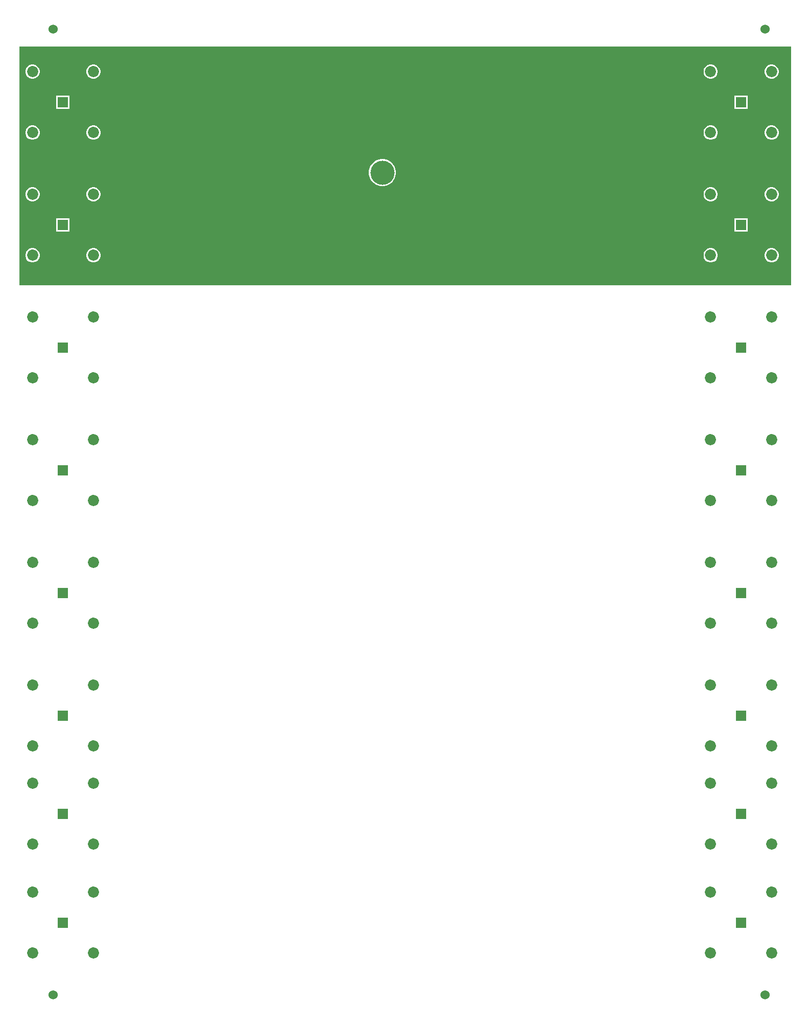
<source format=gbr>
%TF.GenerationSoftware,Altium Limited,Altium Designer,24.2.2 (26)*%
G04 Layer_Physical_Order=2*
G04 Layer_Color=16711680*
%FSLAX25Y25*%
%MOIN*%
%TF.SameCoordinates,61B93A5C-ACDD-4E93-83ED-5FE4BE46D4D4*%
%TF.FilePolarity,Positive*%
%TF.FileFunction,Copper,L2,Bot,Signal*%
%TF.Part,Single*%
G01*
G75*
%TA.AperFunction,ComponentPad*%
%ADD16R,0.06693X0.06693*%
%ADD17C,0.07284*%
%TA.AperFunction,WasherPad*%
%ADD18C,0.06000*%
%TA.AperFunction,SMDPad,CuDef*%
%ADD19C,0.15748*%
G36*
X603600Y506000D02*
X100000D01*
Y661800D01*
X603600D01*
Y506000D01*
D02*
G37*
%LPC*%
G36*
X591593Y650024D02*
X590371D01*
X589190Y649707D01*
X588132Y649096D01*
X587268Y648232D01*
X586657Y647174D01*
X586340Y645993D01*
Y644771D01*
X586657Y643590D01*
X587268Y642532D01*
X588132Y641668D01*
X589190Y641056D01*
X590371Y640740D01*
X591593D01*
X592773Y641056D01*
X593832Y641668D01*
X594696Y642532D01*
X595307Y643590D01*
X595624Y644771D01*
Y645993D01*
X595307Y647174D01*
X594696Y648232D01*
X593832Y649096D01*
X592773Y649707D01*
X591593Y650024D01*
D02*
G37*
G36*
X551829D02*
X550607D01*
X549427Y649707D01*
X548368Y649096D01*
X547504Y648232D01*
X546893Y647174D01*
X546576Y645993D01*
Y644771D01*
X546893Y643590D01*
X547504Y642532D01*
X548368Y641668D01*
X549427Y641056D01*
X550607Y640740D01*
X551829D01*
X553010Y641056D01*
X554068Y641668D01*
X554932Y642532D01*
X555544Y643590D01*
X555860Y644771D01*
Y645993D01*
X555544Y647174D01*
X554932Y648232D01*
X554068Y649096D01*
X553010Y649707D01*
X551829Y650024D01*
D02*
G37*
G36*
X148993D02*
X147771D01*
X146590Y649707D01*
X145532Y649096D01*
X144668Y648232D01*
X144056Y647174D01*
X143740Y645993D01*
Y644771D01*
X144056Y643590D01*
X144668Y642532D01*
X145532Y641668D01*
X146590Y641056D01*
X147771Y640740D01*
X148993D01*
X150173Y641056D01*
X151232Y641668D01*
X152096Y642532D01*
X152707Y643590D01*
X153024Y644771D01*
Y645993D01*
X152707Y647174D01*
X152096Y648232D01*
X151232Y649096D01*
X150173Y649707D01*
X148993Y650024D01*
D02*
G37*
G36*
X109229D02*
X108007D01*
X106826Y649707D01*
X105768Y649096D01*
X104904Y648232D01*
X104293Y647174D01*
X103976Y645993D01*
Y644771D01*
X104293Y643590D01*
X104904Y642532D01*
X105768Y641668D01*
X106826Y641056D01*
X108007Y640740D01*
X109229D01*
X110410Y641056D01*
X111468Y641668D01*
X112332Y642532D01*
X112943Y643590D01*
X113260Y644771D01*
Y645993D01*
X112943Y647174D01*
X112332Y648232D01*
X111468Y649096D01*
X110410Y649707D01*
X109229Y650024D01*
D02*
G37*
G36*
X575447Y629846D02*
X566753D01*
Y621153D01*
X575447D01*
Y629846D01*
D02*
G37*
G36*
X132846D02*
X124153D01*
Y621153D01*
X132846D01*
Y629846D01*
D02*
G37*
G36*
X591593Y610260D02*
X590371D01*
X589190Y609943D01*
X588132Y609332D01*
X587268Y608468D01*
X586657Y607410D01*
X586340Y606229D01*
Y605007D01*
X586657Y603827D01*
X587268Y602768D01*
X588132Y601904D01*
X589190Y601293D01*
X590371Y600976D01*
X591593D01*
X592773Y601293D01*
X593832Y601904D01*
X594696Y602768D01*
X595307Y603827D01*
X595624Y605007D01*
Y606229D01*
X595307Y607410D01*
X594696Y608468D01*
X593832Y609332D01*
X592773Y609943D01*
X591593Y610260D01*
D02*
G37*
G36*
X551829D02*
X550607D01*
X549427Y609943D01*
X548368Y609332D01*
X547504Y608468D01*
X546893Y607410D01*
X546576Y606229D01*
Y605007D01*
X546893Y603827D01*
X547504Y602768D01*
X548368Y601904D01*
X549427Y601293D01*
X550607Y600976D01*
X551829D01*
X553010Y601293D01*
X554068Y601904D01*
X554932Y602768D01*
X555544Y603827D01*
X555860Y605007D01*
Y606229D01*
X555544Y607410D01*
X554932Y608468D01*
X554068Y609332D01*
X553010Y609943D01*
X551829Y610260D01*
D02*
G37*
G36*
X148993D02*
X147771D01*
X146590Y609943D01*
X145532Y609332D01*
X144668Y608468D01*
X144056Y607410D01*
X143740Y606229D01*
Y605007D01*
X144056Y603827D01*
X144668Y602768D01*
X145532Y601904D01*
X146590Y601293D01*
X147771Y600976D01*
X148993D01*
X150173Y601293D01*
X151232Y601904D01*
X152096Y602768D01*
X152707Y603827D01*
X153024Y605007D01*
Y606229D01*
X152707Y607410D01*
X152096Y608468D01*
X151232Y609332D01*
X150173Y609943D01*
X148993Y610260D01*
D02*
G37*
G36*
X109229D02*
X108007D01*
X106826Y609943D01*
X105768Y609332D01*
X104904Y608468D01*
X104293Y607410D01*
X103976Y606229D01*
Y605007D01*
X104293Y603827D01*
X104904Y602768D01*
X105768Y601904D01*
X106826Y601293D01*
X108007Y600976D01*
X109229D01*
X110410Y601293D01*
X111468Y601904D01*
X112332Y602768D01*
X112943Y603827D01*
X113260Y605007D01*
Y606229D01*
X112943Y607410D01*
X112332Y608468D01*
X111468Y609332D01*
X110410Y609943D01*
X109229Y610260D01*
D02*
G37*
G36*
X337874Y588374D02*
X336126D01*
X334412Y588033D01*
X332797Y587364D01*
X331343Y586393D01*
X330107Y585157D01*
X329136Y583703D01*
X328467Y582089D01*
X328126Y580374D01*
Y578626D01*
X328467Y576911D01*
X329136Y575297D01*
X330107Y573843D01*
X331343Y572607D01*
X332797Y571636D01*
X334412Y570967D01*
X336126Y570626D01*
X337874D01*
X339588Y570967D01*
X341203Y571636D01*
X342657Y572607D01*
X343893Y573843D01*
X344864Y575297D01*
X345533Y576911D01*
X345874Y578626D01*
Y580374D01*
X345533Y582089D01*
X344864Y583703D01*
X343893Y585157D01*
X342657Y586393D01*
X341203Y587364D01*
X339588Y588033D01*
X337874Y588374D01*
D02*
G37*
G36*
X591593Y570024D02*
X590371D01*
X589190Y569707D01*
X588132Y569096D01*
X587268Y568232D01*
X586657Y567173D01*
X586340Y565993D01*
Y564771D01*
X586657Y563590D01*
X587268Y562532D01*
X588132Y561668D01*
X589190Y561057D01*
X590371Y560740D01*
X591593D01*
X592773Y561057D01*
X593832Y561668D01*
X594696Y562532D01*
X595307Y563590D01*
X595624Y564771D01*
Y565993D01*
X595307Y567173D01*
X594696Y568232D01*
X593832Y569096D01*
X592773Y569707D01*
X591593Y570024D01*
D02*
G37*
G36*
X551829D02*
X550607D01*
X549427Y569707D01*
X548368Y569096D01*
X547504Y568232D01*
X546893Y567173D01*
X546576Y565993D01*
Y564771D01*
X546893Y563590D01*
X547504Y562532D01*
X548368Y561668D01*
X549427Y561057D01*
X550607Y560740D01*
X551829D01*
X553010Y561057D01*
X554068Y561668D01*
X554932Y562532D01*
X555544Y563590D01*
X555860Y564771D01*
Y565993D01*
X555544Y567173D01*
X554932Y568232D01*
X554068Y569096D01*
X553010Y569707D01*
X551829Y570024D01*
D02*
G37*
G36*
X148993D02*
X147771D01*
X146590Y569707D01*
X145532Y569096D01*
X144668Y568232D01*
X144056Y567173D01*
X143740Y565993D01*
Y564771D01*
X144056Y563590D01*
X144668Y562532D01*
X145532Y561668D01*
X146590Y561057D01*
X147771Y560740D01*
X148993D01*
X150173Y561057D01*
X151232Y561668D01*
X152096Y562532D01*
X152707Y563590D01*
X153024Y564771D01*
Y565993D01*
X152707Y567173D01*
X152096Y568232D01*
X151232Y569096D01*
X150173Y569707D01*
X148993Y570024D01*
D02*
G37*
G36*
X109229D02*
X108007D01*
X106826Y569707D01*
X105768Y569096D01*
X104904Y568232D01*
X104293Y567173D01*
X103976Y565993D01*
Y564771D01*
X104293Y563590D01*
X104904Y562532D01*
X105768Y561668D01*
X106826Y561057D01*
X108007Y560740D01*
X109229D01*
X110410Y561057D01*
X111468Y561668D01*
X112332Y562532D01*
X112943Y563590D01*
X113260Y564771D01*
Y565993D01*
X112943Y567173D01*
X112332Y568232D01*
X111468Y569096D01*
X110410Y569707D01*
X109229Y570024D01*
D02*
G37*
G36*
X575447Y549847D02*
X566753D01*
Y541153D01*
X575447D01*
Y549847D01*
D02*
G37*
G36*
X132846D02*
X124153D01*
Y541153D01*
X132846D01*
Y549847D01*
D02*
G37*
G36*
X591593Y530260D02*
X590371D01*
X589190Y529944D01*
X588132Y529332D01*
X587268Y528468D01*
X586657Y527410D01*
X586340Y526229D01*
Y525007D01*
X586657Y523827D01*
X587268Y522768D01*
X588132Y521904D01*
X589190Y521293D01*
X590371Y520976D01*
X591593D01*
X592773Y521293D01*
X593832Y521904D01*
X594696Y522768D01*
X595307Y523827D01*
X595624Y525007D01*
Y526229D01*
X595307Y527410D01*
X594696Y528468D01*
X593832Y529332D01*
X592773Y529944D01*
X591593Y530260D01*
D02*
G37*
G36*
X551829D02*
X550607D01*
X549427Y529944D01*
X548368Y529332D01*
X547504Y528468D01*
X546893Y527410D01*
X546576Y526229D01*
Y525007D01*
X546893Y523827D01*
X547504Y522768D01*
X548368Y521904D01*
X549427Y521293D01*
X550607Y520976D01*
X551829D01*
X553010Y521293D01*
X554068Y521904D01*
X554932Y522768D01*
X555544Y523827D01*
X555860Y525007D01*
Y526229D01*
X555544Y527410D01*
X554932Y528468D01*
X554068Y529332D01*
X553010Y529944D01*
X551829Y530260D01*
D02*
G37*
G36*
X148993D02*
X147771D01*
X146590Y529944D01*
X145532Y529332D01*
X144668Y528468D01*
X144056Y527410D01*
X143740Y526229D01*
Y525007D01*
X144056Y523827D01*
X144668Y522768D01*
X145532Y521904D01*
X146590Y521293D01*
X147771Y520976D01*
X148993D01*
X150173Y521293D01*
X151232Y521904D01*
X152096Y522768D01*
X152707Y523827D01*
X153024Y525007D01*
Y526229D01*
X152707Y527410D01*
X152096Y528468D01*
X151232Y529332D01*
X150173Y529944D01*
X148993Y530260D01*
D02*
G37*
G36*
X109229D02*
X108007D01*
X106826Y529944D01*
X105768Y529332D01*
X104904Y528468D01*
X104293Y527410D01*
X103976Y526229D01*
Y525007D01*
X104293Y523827D01*
X104904Y522768D01*
X105768Y521904D01*
X106826Y521293D01*
X108007Y520976D01*
X109229D01*
X110410Y521293D01*
X111468Y521904D01*
X112332Y522768D01*
X112943Y523827D01*
X113260Y525007D01*
Y526229D01*
X112943Y527410D01*
X112332Y528468D01*
X111468Y529332D01*
X110410Y529944D01*
X109229Y530260D01*
D02*
G37*
%LPD*%
D16*
X571100Y385500D02*
D03*
Y545500D02*
D03*
X128500D02*
D03*
X571100Y625500D02*
D03*
X128500D02*
D03*
X571100Y305500D02*
D03*
Y225500D02*
D03*
Y465500D02*
D03*
X128500Y305500D02*
D03*
X571100Y161500D02*
D03*
Y90500D02*
D03*
X128500Y385500D02*
D03*
Y465500D02*
D03*
Y161500D02*
D03*
Y225500D02*
D03*
Y90500D02*
D03*
D17*
X590982Y365618D02*
D03*
X551218D02*
D03*
X590982Y405382D02*
D03*
X551218D02*
D03*
X590982Y525618D02*
D03*
X551218D02*
D03*
X590982Y565382D02*
D03*
X551218D02*
D03*
X148382Y525618D02*
D03*
X108618D02*
D03*
X148382Y565382D02*
D03*
X108618D02*
D03*
X551218Y645382D02*
D03*
X590982D02*
D03*
X551218Y605618D02*
D03*
X590982D02*
D03*
X148382D02*
D03*
X108618D02*
D03*
X148382Y645382D02*
D03*
X108618D02*
D03*
X551218Y325382D02*
D03*
X590982D02*
D03*
X551218Y285618D02*
D03*
X590982D02*
D03*
X551218Y245382D02*
D03*
X590982D02*
D03*
X551218Y205618D02*
D03*
X590982D02*
D03*
X551218Y485382D02*
D03*
X590982D02*
D03*
X551218Y445618D02*
D03*
X590982D02*
D03*
X108618Y325382D02*
D03*
X148382D02*
D03*
X108618Y285618D02*
D03*
X148382D02*
D03*
X590982Y141618D02*
D03*
X551218D02*
D03*
X590982Y181382D02*
D03*
X551218D02*
D03*
X590982Y70618D02*
D03*
X551218D02*
D03*
X590982Y110382D02*
D03*
X551218D02*
D03*
X148382Y365618D02*
D03*
X108618D02*
D03*
X148382Y405382D02*
D03*
X108618D02*
D03*
X148382Y445618D02*
D03*
X108618D02*
D03*
X148382Y485382D02*
D03*
X108618D02*
D03*
X148382Y141618D02*
D03*
X108618D02*
D03*
X148382Y181382D02*
D03*
X108618D02*
D03*
X148382Y205618D02*
D03*
X108618D02*
D03*
X148382Y245382D02*
D03*
X108618D02*
D03*
X148382Y70618D02*
D03*
X108618D02*
D03*
X148382Y110382D02*
D03*
X108618D02*
D03*
D18*
X586614Y43307D02*
D03*
X122047D02*
D03*
X122047Y673228D02*
D03*
X586614D02*
D03*
D19*
X337000Y579500D02*
D03*
%TF.MD5,aa9afdcf60b08b74ce0b174de56ff2e0*%
M02*

</source>
